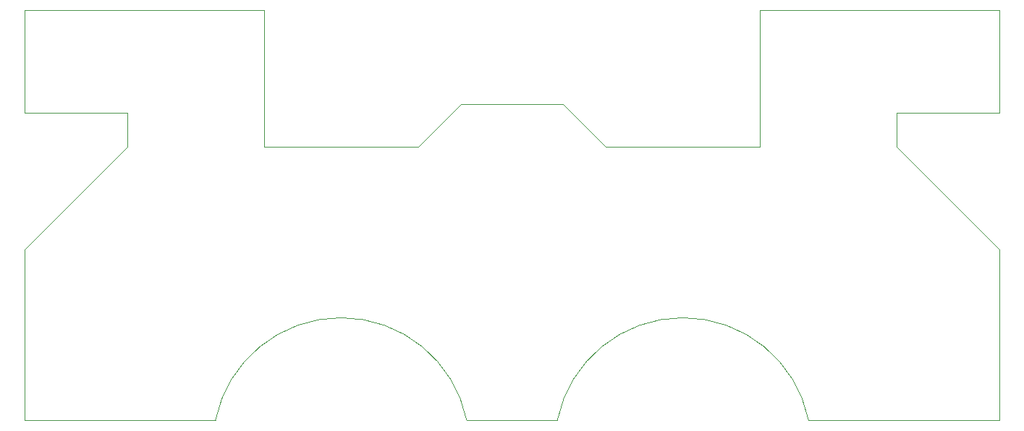
<source format=gbr>
G04 #@! TF.FileFunction,Profile,NP*
%FSLAX46Y46*%
G04 Gerber Fmt 4.6, Leading zero omitted, Abs format (unit mm)*
G04 Created by KiCad (PCBNEW (2016-04-11 BZR 6687, Git f239aee)-product) date 4/21/2016 12:06:05 PM*
%MOMM*%
G01*
G04 APERTURE LIST*
%ADD10C,0.020000*%
%ADD11C,0.100000*%
G04 APERTURE END LIST*
D10*
D11*
X75303062Y-63000000D02*
G75*
G02X90000000Y-51000000I14696938J-3000000D01*
G01*
X104696938Y-63000000D02*
G75*
G03X90000000Y-51000000I-14696938J-3000000D01*
G01*
X64698871Y-63009481D02*
G75*
G03X50000000Y-51000000I-14698871J-2990519D01*
G01*
X35303062Y-63000000D02*
G75*
G02X50000000Y-51000000I14696938J-3000000D01*
G01*
X115000000Y-27000000D02*
X115000000Y-31000000D01*
X99000000Y-27000000D02*
X99000000Y-31000000D01*
X41000000Y-31000000D02*
X41000000Y-27000000D01*
X25000000Y-27000000D02*
X25000000Y-31000000D01*
X81000000Y-31000000D02*
X99000000Y-31000000D01*
X76000000Y-26000000D02*
X81000000Y-31000000D01*
X64000000Y-26000000D02*
X76000000Y-26000000D01*
X59000000Y-31000000D02*
X41000000Y-31000000D01*
X64000000Y-26000000D02*
X59000000Y-31000000D01*
X127000000Y-27000000D02*
X115000000Y-27000000D01*
X13000000Y-27000000D02*
X25000000Y-27000000D01*
X35300000Y-63000000D02*
X13000000Y-63000000D01*
X13000000Y-15000000D02*
X41000000Y-15000000D01*
X13000000Y-60000000D02*
X13000000Y-63000000D01*
X13000000Y-27000000D02*
X13000000Y-15000000D01*
X13000000Y-43000000D02*
X13000000Y-60000000D01*
X41000000Y-15000000D02*
X41000000Y-27000000D01*
X127000000Y-15000000D02*
X99000000Y-15000000D01*
X127000000Y-27000000D02*
X127000000Y-15000000D01*
X99000000Y-15000000D02*
X99000000Y-27000000D01*
X127000000Y-60000000D02*
X127000000Y-63000000D01*
X115000000Y-31000000D02*
X127000000Y-43000000D01*
X127000000Y-43000000D02*
X127000000Y-60000000D01*
X64700000Y-63000000D02*
X75300000Y-63000000D01*
X104700000Y-63000000D02*
X127000000Y-63000000D01*
X25000000Y-31000000D02*
X13000000Y-43000000D01*
M02*

</source>
